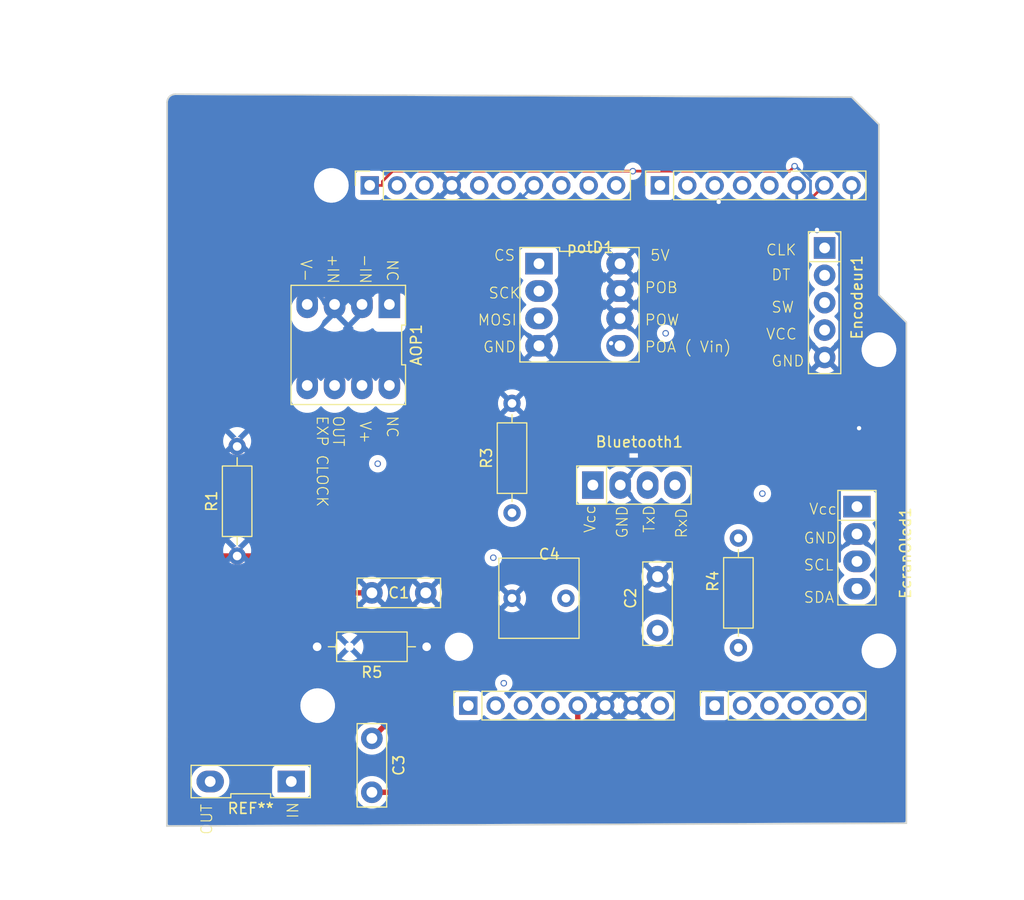
<source format=kicad_pcb>
(kicad_pcb (version 20241229) (generator "pcbnew") (generator_version "9.0")
  (title_block (date "mar. 31 mars 2015"))
  (layers (0 "F.Cu" signal) (2 "B.Cu" signal) (13 "F.Paste" user) (15 "B.Paste" user) (5 "F.SilkS" user "F.Silkscreen") (7 "B.SilkS" user "B.Silkscreen") (1 "F.Mask" user) (3 "B.Mask" user) (25 "Edge.Cuts" user))
  (net 0 "")
  (net 1 "GND")
  (net 3 "+5V")
  (net 4 "/IOREF")
  (net 5 "Rxd")
  (net 6 "/A1")
  (net 7 "/A2")
  (net 8 "/A3")
  (net 9 "TxD")
  (net 10 "Net-(AOP1-+IN)")
  (net 11 "/12")
  (net 12 "/AREF")
  (net 13 "/7")
  (net 14 "/*10")
  (net 15 "/*9")
  (net 16 "adc")
  (net 17 "Net-(C6-OUT)")
  (net 18 "/*6")
  (net 19 "VCC")
  (net 20 "/*3")
  (net 21 "+3V3")
  (net 22 "/~{RESET}")
  (net 23 "SCL")
  (net 24 "SDA")
  (net 25 "CLK")
  (net 26 "SW")
  (net 27 "DT")
  (net 28 "Net-(AOP1-OUT)")
  (net 29 "MOSI")
  (net 30 "SCK")
  (net 31 "CS")
  (net 35 "Net-(AOP1--IN)")
  (footprint "Connector_PinSocket_2.54mm:PinSocket_1x08_P2.54mm_Vertical" (layer "F.Cu") (at 127.94 97.46 90)
    (property "Reference" "J1" (hide yes))
    (property "Value" "Power")
    (fp_line (start 1.33 -1.33) (end 1.33 0) (stroke (width 0.12)) (layer "F.SilkS"))
    (fp_line (start 0 -1.33) (end 1.33 -1.33) (stroke (width 0.12)) (layer "F.SilkS"))
    (fp_line (start 1.33 1.27) (end 1.33 19.11) (stroke (width 0.12)) (layer "F.SilkS"))
    (fp_line (start -1.33 1.27) (end 1.33 1.27) (stroke (width 0.12)) (layer "F.SilkS"))
    (fp_line (start -1.33 1.27) (end -1.33 19.11) (stroke (width 0.12)) (layer "F.SilkS"))
    (fp_line (start -1.33 19.11) (end 1.33 19.11) (stroke (width 0.12)) (layer "F.SilkS"))
    (pad "1" thru_hole rect (at 0 0 90) (size 1.7 1.7) (drill 1) (layers "*.Cu" "*.Mask"))
    (pad "2" thru_hole circle (at 0 2.54 90) (size 1.7 1.7) (drill 1) (layers "*.Cu" "*.Mask") (net 4 "/IOREF"))
    (pad "3" thru_hole circle (at 0 5.08 90) (size 1.7 1.7) (drill 1) (layers "*.Cu" "*.Mask") (net 22 "/~{RESET}"))
    (pad "4" thru_hole circle (at 0 7.62 90) (size 1.7 1.7) (drill 1) (layers "*.Cu" "*.Mask") (net 21 "+3V3"))
    (pad "5" thru_hole circle (at 0 10.16 90) (size 1.7 1.7) (drill 1) (layers "*.Cu" "*.Mask") (net 3 "+5V"))
    (pad "6" thru_hole circle (at 0 12.7 90) (size 1.7 1.7) (drill 1) (layers "*.Cu" "*.Mask") (net 1 "GND"))
    (pad "7" thru_hole circle (at 0 15.24 90) (size 1.7 1.7) (drill 1) (layers "*.Cu" "*.Mask") (net 1 "GND"))
    (pad "8" thru_hole circle (at 0 17.78 90) (size 1.7 1.7) (drill 1) (layers "*.Cu" "*.Mask") (net 19 "VCC"))
  )
  (footprint "Connector_PinSocket_2.54mm:PinSocket_1x06_P2.54mm_Vertical" (layer "F.Cu") (at 150.8 97.46 90)
    (property "Reference" "J3" (hide yes))
    (property "Value" "Analog")
    (fp_line (start 1.33 -1.33) (end 1.33 0) (stroke (width 0.12)) (layer "F.SilkS"))
    (fp_line (start 0 -1.33) (end 1.33 -1.33) (stroke (width 0.12)) (layer "F.SilkS"))
    (fp_line (start 1.33 1.27) (end 1.33 14.03) (stroke (width 0.12)) (layer "F.SilkS"))
    (fp_line (start -1.33 1.27) (end 1.33 1.27) (stroke (width 0.12)) (layer "F.SilkS"))
    (fp_line (start -1.33 1.27) (end -1.33 14.03) (stroke (width 0.12)) (layer "F.SilkS"))
    (fp_line (start -1.33 14.03) (end 1.33 14.03) (stroke (width 0.12)) (layer "F.SilkS"))
    (pad "1" thru_hole rect (at 0 0 90) (size 1.7 1.7) (drill 1) (layers "*.Cu" "*.Mask") (net 16 "adc"))
    (pad "2" thru_hole circle (at 0 2.54 90) (size 1.7 1.7) (drill 1) (layers "*.Cu" "*.Mask") (net 6 "/A1"))
    (pad "3" thru_hole circle (at 0 5.08 90) (size 1.7 1.7) (drill 1) (layers "*.Cu" "*.Mask") (net 7 "/A2"))
    (pad "4" thru_hole circle (at 0 7.62 90) (size 1.7 1.7) (drill 1) (layers "*.Cu" "*.Mask") (net 8 "/A3"))
    (pad "5" thru_hole circle (at 0 10.16 90) (size 1.7 1.7) (drill 1) (layers "*.Cu" "*.Mask") (net 24 "SDA"))
    (pad "6" thru_hole circle (at 0 12.7 90) (size 1.7 1.7) (drill 1) (layers "*.Cu" "*.Mask") (net 23 "SCL"))
  )
  (footprint "Connector_PinSocket_2.54mm:PinSocket_1x10_P2.54mm_Vertical" (layer "F.Cu") (at 118.796 49.2 90)
    (property "Reference" "J2" (hide yes))
    (property "Value" "Digital/PWM")
    (fp_line (start 1.33 -1.33) (end 1.33 0) (stroke (width 0.12)) (layer "F.SilkS"))
    (fp_line (start 0 -1.33) (end 1.33 -1.33) (stroke (width 0.12)) (layer "F.SilkS"))
    (fp_line (start 1.33 1.27) (end 1.33 24.19) (stroke (width 0.12)) (layer "F.SilkS"))
    (fp_line (start -1.33 1.27) (end 1.33 1.27) (stroke (width 0.12)) (layer "F.SilkS"))
    (fp_line (start -1.33 1.27) (end -1.33 24.19) (stroke (width 0.12)) (layer "F.SilkS"))
    (fp_line (start -1.33 24.19) (end 1.33 24.19) (stroke (width 0.12)) (layer "F.SilkS"))
    (pad "1" thru_hole rect (at 0 0 90) (size 1.7 1.7) (drill 1) (layers "*.Cu" "*.Mask") (net 23 "SCL"))
    (pad "2" thru_hole circle (at 0 2.54 90) (size 1.7 1.7) (drill 1) (layers "*.Cu" "*.Mask") (net 24 "SDA"))
    (pad "3" thru_hole circle (at 0 5.08 90) (size 1.7 1.7) (drill 1) (layers "*.Cu" "*.Mask") (net 12 "/AREF"))
    (pad "4" thru_hole circle (at 0 7.62 90) (size 1.7 1.7) (drill 1) (layers "*.Cu" "*.Mask") (net 1 "GND"))
    (pad "5" thru_hole circle (at 0 10.16 90) (size 1.7 1.7) (drill 1) (layers "*.Cu" "*.Mask") (net 30 "SCK"))
    (pad "6" thru_hole circle (at 0 12.7 90) (size 1.7 1.7) (drill 1) (layers "*.Cu" "*.Mask") (net 11 "/12"))
    (pad "7" thru_hole circle (at 0 15.24 90) (size 1.7 1.7) (drill 1) (layers "*.Cu" "*.Mask") (net 29 "MOSI"))
    (pad "8" thru_hole circle (at 0 17.78 90) (size 1.7 1.7) (drill 1) (layers "*.Cu" "*.Mask") (net 14 "/*10"))
    (pad "9" thru_hole circle (at 0 20.32 90) (size 1.7 1.7) (drill 1) (layers "*.Cu" "*.Mask") (net 15 "/*9"))
    (pad "10" thru_hole circle (at 0 22.86 90) (size 1.7 1.7) (drill 1) (layers "*.Cu" "*.Mask") (net 31 "CS"))
  )
  (footprint "Connector_PinSocket_2.54mm:PinSocket_1x08_P2.54mm_Vertical" (layer "F.Cu") (at 145.72 49.2 90)
    (property "Reference" "J4" (hide yes))
    (property "Value" "Digital/PWM")
    (fp_line (start 1.33 -1.33) (end 1.33 0) (stroke (width 0.12)) (layer "F.SilkS"))
    (fp_line (start 0 -1.33) (end 1.33 -1.33) (stroke (width 0.12)) (layer "F.SilkS"))
    (fp_line (start 1.33 1.27) (end 1.33 19.11) (stroke (width 0.12)) (layer "F.SilkS"))
    (fp_line (start -1.33 1.27) (end 1.33 1.27) (stroke (width 0.12)) (layer "F.SilkS"))
    (fp_line (start -1.33 1.27) (end -1.33 19.11) (stroke (width 0.12)) (layer "F.SilkS"))
    (fp_line (start -1.33 19.11) (end 1.33 19.11) (stroke (width 0.12)) (layer "F.SilkS"))
    (pad "1" thru_hole rect (at 0 0 90) (size 1.7 1.7) (drill 1) (layers "*.Cu" "*.Mask") (net 13 "/7"))
    (pad "2" thru_hole circle (at 0 2.54 90) (size 1.7 1.7) (drill 1) (layers "*.Cu" "*.Mask") (net 18 "/*6"))
    (pad "3" thru_hole circle (at 0 5.08 90) (size 1.7 1.7) (drill 1) (layers "*.Cu" "*.Mask") (net 26 "SW"))
    (pad "4" thru_hole circle (at 0 7.62 90) (size 1.7 1.7) (drill 1) (layers "*.Cu" "*.Mask") (net 27 "DT"))
    (pad "5" thru_hole circle (at 0 10.16 90) (size 1.7 1.7) (drill 1) (layers "*.Cu" "*.Mask") (net 20 "/*3"))
    (pad "6" thru_hole circle (at 0 12.7 90) (size 1.7 1.7) (drill 1) (layers "*.Cu" "*.Mask") (net 25 "CLK"))
    (pad "7" thru_hole circle (at 0 15.24 90) (size 1.7 1.7) (drill 1) (layers "*.Cu" "*.Mask") (net 9 "TxD"))
    (pad "8" thru_hole circle (at 0 17.78 90) (size 1.7 1.7) (drill 1) (layers "*.Cu" "*.Mask") (net 5 "Rxd"))
  )
  (footprint "Capacitor_THT:C_Rect_L7.2mm_W7.2mm_P5.00mm_FKS2_FKP2_MKS2_MKP2" (layer "F.Cu") (at 132 87.5)
    (property "Reference" "C4" (at 3.4575 -4.08 0) (layer "F.SilkS"))
    (property "Value" "C")
    (fp_line (start -1.22 -3.72) (end 6.22 -3.72) (stroke (width 0.12)) (layer "F.SilkS"))
    (fp_line (start -1.22 3.72) (end -1.22 -3.72) (stroke (width 0.12)) (layer "F.SilkS"))
    (fp_line (start 6.22 -3.72) (end 6.22 3.72) (stroke (width 0.12)) (layer "F.SilkS"))
    (fp_line (start 6.22 3.72) (end -1.22 3.72) (stroke (width 0.12)) (layer "F.SilkS"))
    (pad "1" thru_hole circle (at 0 0) (size 1.6 1.6) (drill 0.8) (layers "*.Cu" "*.Mask") (net 35 "Net-(AOP1--IN)"))
    (pad "2" thru_hole circle (at 5 0) (size 1.6 1.6) (drill 0.8) (layers "*.Cu" "*.Mask") (net 28 "Net-(AOP1-OUT)"))
  )
  (footprint "Librairie_empreinte:Empreinte_bluetooth" (layer "F.Cu") (at 143.31 77)
    (property "Reference" "Bluetooth1" (at 0.5 -4 0) (layer "F.SilkS"))
    (property "Value" "~")
    (fp_line (start -5.31 -1.77) (end 5.31 -1.77) (stroke (width 0.12)) (layer "F.SilkS"))
    (fp_line (start -5.31 1.77) (end -5.31 -1.77) (stroke (width 0.12)) (layer "F.SilkS"))
    (fp_line (start -2.54 -1.77) (end -2.54 1.77) (stroke (width 0.12)) (layer "F.SilkS"))
    (fp_line (start 5.31 -1.77) (end 5.31 1.77) (stroke (width 0.12)) (layer "F.SilkS"))
    (fp_line (start 5.31 1.77) (end -5.31 1.77) (stroke (width 0.12)) (layer "F.SilkS"))
    (fp_text user "TxD" (at 2 4.5 90) (layer "F.SilkS") (effects (font (thickness 0.1)) (justify left bottom)))
    (fp_text user "Vcc" (at -3.5 4.5 90) (layer "F.SilkS") (effects (font (thickness 0.1)) (justify left bottom)))
    (fp_text user "RxD" (at 5 5 90) (layer "F.SilkS") (effects (font (thickness 0.1)) (justify left bottom)))
    (fp_text user "GND" (at -0.5 5 90) (layer "F.SilkS") (effects (font (thickness 0.1)) (justify left bottom)))
    (pad "1" thru_hole rect (at -3.81 0) (size 2 2.54) (drill 1) (layers "*.Cu" "*.Mask") (net 3 "+5V"))
    (pad "2" thru_hole oval (at -1.27 0) (size 2 2.54) (drill 1) (layers "*.Cu" "*.Mask") (net 1 "GND"))
    (pad "3" thru_hole oval (at 1.27 0) (size 2 2.54) (drill 1) (layers "*.Cu" "*.Mask") (net 9 "TxD"))
    (pad "4" thru_hole oval (at 3.81 0) (size 2 2.54) (drill 1) (layers "*.Cu" "*.Mask") (net 5 "Rxd"))
  )
  (footprint "Librairie_empreinte:ENCODEUR" (layer "F.Cu") (at 161 60.08 -90)
    (property "Reference" "Encodeur1" (at -0.5 -3 90) (layer "F.SilkS"))
    (property "Value" "~")
    (fp_line (start -6.58 1.5) (end -6.58 -1.5) (stroke (width 0.12)) (layer "F.SilkS"))
    (fp_line (start 6.58 1.5) (end -6.58 1.5) (stroke (width 0.12)) (layer "F.SilkS"))
    (fp_line (start -6.58 -1.5) (end 6.58 -1.5) (stroke (width 0.12)) (layer "F.SilkS"))
    (fp_line (start -3.81 -1.5) (end -3.81 1.5) (stroke (width 0.12)) (layer "F.SilkS"))
    (fp_line (start 6.58 -1.5) (end 6.58 1.5) (stroke (width 0.12)) (layer "F.SilkS"))
    (fp_text user "SW" (at 1 5 0) (layer "F.SilkS") (effects (font (thickness 0.1)) (justify left bottom)))
    (fp_text user "VCC" (at 3.5 5.5 0) (layer "F.SilkS") (effects (font (thickness 0.1)) (justify left bottom)))
    (fp_text user "GND" (at 6 5 0) (layer "F.SilkS") (effects (font (thickness 0.1)) (justify left bottom)))
    (fp_text user "DT" (at -2 5 0) (layer "F.SilkS") (effects (font (thickness 0.1)) (justify left bottom)))
    (fp_text user "CLK" (at -4.31 5.5 0) (layer "F.SilkS") (effects (font (thickness 0.1)) (justify left bottom)))
    (pad "1" thru_hole rect (at -5.08 0 270) (size 2 2) (drill 1) (layers "*.Cu" "*.Mask") (net 25 "CLK"))
    (pad "2" thru_hole circle (at -2.54 0 270) (size 2 2) (drill 1) (layers "*.Cu" "*.Mask") (net 27 "DT"))
    (pad "3" thru_hole circle (at 0 0 270) (size 2 2) (drill 1) (layers "*.Cu" "*.Mask") (net 26 "SW"))
    (pad "4" thru_hole circle (at 2.54 0 270) (size 2 2) (drill 1) (layers "*.Cu" "*.Mask") (net 3 "+5V"))
    (pad "5" thru_hole circle (at 5.08 0 270) (size 2 2) (drill 1) (layers "*.Cu" "*.Mask") (net 1 "GND"))
  )
  (footprint "Capacitor_THT:C_Disc_D7.5mm_W2.5mm_P5.00mm" (layer "F.Cu") (at 119 87)
    (property "Reference" "C1" (at 2.5 0 0) (layer "F.SilkS"))
    (property "Value" "C")
    (fp_line (start -1.37 -1.37) (end 6.37 -1.37) (stroke (width 0.12)) (layer "F.SilkS"))
    (fp_line (start -1.37 1.37) (end -1.37 -1.37) (stroke (width 0.12)) (layer "F.SilkS"))
    (fp_line (start 6.37 -1.37) (end 6.37 1.37) (stroke (width 0.12)) (layer "F.SilkS"))
    (fp_line (start 6.37 1.37) (end -1.37 1.37) (stroke (width 0.12)) (layer "F.SilkS"))
    (pad "1" thru_hole circle (at 0 0) (size 2 2) (drill 1) (layers "*.Cu" "*.Mask") (net 10 "Net-(AOP1-+IN)"))
    (pad "2" thru_hole circle (at 5 0) (size 2 2) (drill 1) (layers "*.Cu" "*.Mask") (net 1 "GND"))
  )
  (footprint "Librairie_empreinte:dig pot" (layer "F.Cu") (at 138.26 60.27 -90)
    (property "Reference" "potD1" (at -5.31 -1 0) (layer "F.SilkS"))
    (property "Value" "~")
    (fp_line (start -5.31 5.53) (end 5.31 5.53) (stroke (width 0.12)) (layer "F.SilkS"))
    (fp_line (start 5.31 5.53) (end 5.31 -5.53) (stroke (width 0.12)) (layer "F.SilkS"))
    (fp_line (start -5.31 1.843333) (end -5.31 5.53) (stroke (width 0.12)) (layer "F.SilkS"))
    (fp_line (start -4.95 1.843333) (end -5.31 1.843333) (stroke (width 0.12)) (layer "F.SilkS"))
    (fp_line (start -5.31 -1.843333) (end -4.95 -1.843333) (stroke (width 0.12)) (layer "F.SilkS"))
    (fp_line (start -4.95 -1.843333) (end -4.95 1.843333) (stroke (width 0.12)) (layer "F.SilkS"))
    (fp_line (start -5.31 -5.53) (end -5.31 -1.843333) (stroke (width 0.12)) (layer "F.SilkS"))
    (fp_line (start 5.31 -5.53) (end -5.31 -5.53) (stroke (width 0.12)) (layer "F.SilkS"))
    (fp_text user "5V" (at -4 -6.5 0) (layer "F.SilkS") (effects (font (thickness 0.1)) (justify left bottom)))
    (fp_text user "MOSI" (at 2 9.5 0) (layer "F.SilkS") (effects (font (thickness 0.1)) (justify left bottom)))
    (fp_text user "POB" (at -1 -6 0) (layer "F.SilkS") (effects (font (thickness 0.1)) (justify left bottom)))
    (fp_text user "POA ( Vin)" (at 4.5 -6 0) (layer "F.SilkS") (effects (font (thickness 0.1)) (justify left bottom)))
    (fp_text user "POW" (at 2 -6 0) (layer "F.SilkS") (effects (font (thickness 0.1)) (justify left bottom)))
    (fp_text user "SCK" (at -0.5 8.5 0) (layer "F.SilkS") (effects (font (thickness 0.1)) (justify left bottom)))
    (fp_text user "GND" (at 4.5 9 0) (layer "F.SilkS") (effects (font (thickness 0.1)) (justify left bottom)))
    (fp_text user "CS" (at -4 8 0) (layer "F.SilkS") (effects (font (thickness 0.1)) (justify left bottom)))
    (pad "1" thru_hole rect (at -3.81 3.76 270) (size 2 2.54) (drill 1) (layers "*.Cu" "*.Mask") (net 31 "CS"))
    (pad "2" thru_hole oval (at -1.27 3.76 270) (size 2 2.54) (drill 1) (layers "*.Cu" "*.Mask") (net 30 "SCK"))
    (pad "3" thru_hole oval (at 1.27 3.76 270) (size 2 2.54) (drill 1) (layers "*.Cu" "*.Mask") (net 29 "MOSI"))
    (pad "4" thru_hole oval (at 3.81 3.76 270) (size 2 2.54) (drill 1) (layers "*.Cu" "*.Mask") (net 1 "GND"))
    (pad "5" thru_hole oval (at 3.81 -3.76 270) (size 2 2.54) (drill 1) (layers "*.Cu" "*.Mask") (net 3 "+5V"))
    (pad "6" thru_hole oval (at 1.27 -3.76 270) (size 2 2.54) (drill 1) (layers "*.Cu" "*.Mask") (net 1 "GND"))
    (pad "7" thru_hole oval (at -1.27 -3.76 270) (size 2 2.54) (drill 1) (layers "*.Cu" "*.Mask") (net 1 "GND"))
    (pad "8" thru_hole oval (at -3.81 -3.76 270) (size 2 2.54) (drill 1) (layers "*.Cu" "*.Mask") (net 35 "Net-(AOP1--IN)"))
  )
  (footprint "Librairie_empreinte:CAPTEUR" (layer "F.Cu") (at 107.76 104.5 90)
    (property "Reference" "REF**" (at -2.5 0 0) (layer "F.SilkS"))
    (property "Value" "CAPTEUR")
    (fp_line (start 1.5 -5.53) (end -1.499999 -5.53) (stroke (width 0.12)) (layer "F.SilkS"))
    (fp_line (start -1.499999 -5.53) (end -1.5 -1.843333) (stroke (width 0.12)) (layer "F.SilkS"))
    (fp_line (start -1.14 -1.843333) (end -1.14 1.843333) (stroke (width 0.12)) (layer "F.SilkS"))
    (fp_line (start -1.5 -1.843333) (end -1.14 -1.843333) (stroke (width 0.12)) (layer "F.SilkS"))
    (fp_line (start -1.14 1.843333) (end -1.5 1.843333) (stroke (width 0.12)) (layer "F.SilkS"))
    (fp_line (start -1.5 1.843333) (end -1.5 5.53) (stroke (width 0.12)) (layer "F.SilkS"))
    (fp_line (start 1.499999 5.53) (end 1.5 -5.53) (stroke (width 0.12)) (layer "F.SilkS"))
    (fp_line (start -1.5 5.53) (end 1.499999 5.53) (stroke (width 0.12)) (layer "F.SilkS"))
    (fp_text user "IN" (at -3.5 4.5 90) (layer "F.SilkS") (effects (font (thickness 0.1)) (justify left bottom)))
    (fp_text user "OUT" (at -5 -3.5 90) (layer "F.SilkS") (effects (font (thickness 0.1)) (justify left bottom)))
    (pad "1" thru_hole rect (at 0 3.76 90) (size 2 2.54) (drill 1) (layers "*.Cu" "*.Mask"))
    (pad "2" thru_hole oval (at 0 -3.76 90) (size 2 2.54) (drill 1) (layers "*.Cu" "*.Mask"))
  )
  (footprint "Librairie_empreinte:AO" (layer "F.Cu") (at 116.81 64 180)
    (property "Reference" "AOP1" (at -6.31 0 90) (layer "F.SilkS"))
    (property "Value" "~")
    (fp_line (start 5.31 5.53) (end 5.31 -5.53) (stroke (width 0.12)) (layer "F.SilkS"))
    (fp_line (start 5.31 -5.53) (end -5.31 -5.53) (stroke (width 0.12)) (layer "F.SilkS"))
    (fp_line (start -4.95 1.843333) (end -5.31 1.843333) (stroke (width 0.12)) (layer "F.SilkS"))
    (fp_line (start -4.95 -1.843333) (end -4.95 1.843333) (stroke (width 0.12)) (layer "F.SilkS"))
    (fp_line (start -5.31 5.53) (end 5.31 5.53) (stroke (width 0.12)) (layer "F.SilkS"))
    (fp_line (start -5.31 1.843333) (end -5.31 5.53) (stroke (width 0.12)) (layer "F.SilkS"))
    (fp_line (start -5.31 -1.843333) (end -4.95 -1.843333) (stroke (width 0.12)) (layer "F.SilkS"))
    (fp_line (start -5.31 -5.53) (end -5.31 -1.843333) (stroke (width 0.12)) (layer "F.SilkS"))
    (fp_text user "NC" (at -3.5 -6.5 270) (layer "F.SilkS") (effects (font (thickness 0.1)) (justify left bottom)))
    (fp_text user "V+" (at -1 -7 270) (layer "F.SilkS") (effects (font (thickness 0.1)) (justify left bottom)))
    (fp_text user "EXP CLOCK" (at 3 -6.5 270) (layer "F.SilkS") (effects (font (thickness 0.1)) (justify left bottom)))
    (fp_text user "NC" (at -3.5 8 270) (layer "F.SilkS") (effects (font (thickness 0.1)) (justify left bottom)))
    (fp_text user "OUT" (at 1.5 -6.5 270) (layer "F.SilkS") (effects (font (thickness 0.1)) (justify left bottom)))
    (fp_text user "+IN" (at 2 8.5 270) (layer "F.SilkS") (effects (font (thickness 0.1)) (justify left bottom)))
    (fp_text user "V-" (at 4.5 8 270) (layer "F.SilkS") (effects (font (thickness 0.1)) (justify left bottom)))
    (pad "1" thru_hole rect (at -3.81 3.76 180) (size 2 2.54) (drill 1) (layers "*.Cu" "*.Mask"))
    (pad "2" thru_hole oval (at -1.27 3.76 180) (size 2 2.54) (drill 1) (layers "*.Cu" "*.Mask") (net 35 "Net-(AOP1--IN)"))
    (pad "3" thru_hole oval (at 1.27 3.76 180) (size 2 2.54) (drill 1) (layers "*.Cu" "*.Mask") (net 10 "Net-(AOP1-+IN)"))
    (pad "4" thru_hole oval (at 3.81 3.76 180) (size 2 2.54) (drill 1) (layers "*.Cu" "*.Mask"))
    (pad "5" thru_hole oval (at 3.81 -3.76 180) (size 2 2.54) (drill 1) (layers "*.Cu" "*.Mask"))
    (pad "6" thru_hole oval (at 1.27 -3.76 180) (size 2 2.54) (drill 1) (layers "*.Cu" "*.Mask") (net 28 "Net-(AOP1-OUT)"))
    (pad "7" thru_hole oval (at -1.27 -3.76 180) (size 2 2.54) (drill 1) (layers "*.Cu" "*.Mask") (net 3 "+5V"))
    (pad "8" thru_hole oval (at -3.81 -3.76 180) (size 2 2.54) (drill 1) (layers "*.Cu" "*.Mask"))
  )
  (footprint "Arduino_MountingHole:MountingHole_3.2mm" (layer "F.Cu") (at 115.24 49.2)
    (property "Reference" "MH1" (hide yes))
    (property "Value" "MountingHole_3.2mm" (hide yes))
    (pad "" np_thru_hole circle (at 0 0) (size 3.2 3.2) (drill 3.2) (layers "*.Cu" "*.Mask"))
  )
  (footprint "Librairie_empreinte:EcranOled" (layer "F.Cu") (at 164 82.81 -90)
    (property "Reference" "EcranOled1" (at 0.5 -4.5 90) (layer "F.SilkS"))
    (property "Value" "~")
    (fp_line (start -5.31 1.77) (end -5.31 -1.77) (stroke (width 0.12)) (layer "F.SilkS"))
    (fp_line (start 5.31 1.77) (end -5.31 1.77) (stroke (width 0.12)) (layer "F.SilkS"))
    (fp_line (start -5.31 -1.77) (end 5.31 -1.77) (stroke (width 0.12)) (layer "F.SilkS"))
    (fp_line (start -2.54 -1.77) (end -2.54 1.77) (stroke (width 0.12)) (layer "F.SilkS"))
    (fp_line (start 5.31 -1.77) (end 5.31 1.77) (stroke (width 0.12)) (layer "F.SilkS"))
    (fp_text user "SDA" (at 5.19 5 0) (layer "F.SilkS") (effects (font (thickness 0.1)) (justify left bottom)))
    (fp_text user "SCL" (at 2.19 5 0) (layer "F.SilkS") (effects (font (thickness 0.1)) (justify left bottom)))
    (fp_text user "Vcc" (at -3 4.5 0) (layer "F.SilkS") (effects (font (thickness 0.1)) (justify left bottom)))
    (fp_text user "GND" (at -0.31 5 0) (layer "F.SilkS") (effects (font (thickness 0.1)) (justify left bottom)))
    (pad "1" thru_hole rect (at -3.81 0 270) (size 2 2.54) (drill 1) (layers "*.Cu" "*.Mask") (net 3 "+5V"))
    (pad "2" thru_hole oval (at -1.27 0 270) (size 2 2.54) (drill 1) (layers "*.Cu" "*.Mask") (net 1 "GND"))
    (pad "3" thru_hole oval (at 1.27 0 270) (size 2 2.54) (drill 1) (layers "*.Cu" "*.Mask") (net 23 "SCL"))
    (pad "4" thru_hole oval (at 3.81 0 270) (size 2 2.54) (drill 1) (layers "*.Cu" "*.Mask") (net 24 "SDA"))
  )
  (footprint "Resistor_THT:R_Axial_DIN0207_L6.3mm_D2.5mm_P10.16mm_Horizontal" (layer "F.Cu") (at 124.08 92 180)
    (property "Reference" "R5" (at 5.08 -2.37 0) (layer "F.SilkS"))
    (property "Value" "R")
    (fp_line (start 9.12 0) (end 8.35 0) (stroke (width 0.12)) (layer "F.SilkS"))
    (fp_line (start 1.04 0) (end 1.81 0) (stroke (width 0.12)) (layer "F.SilkS"))
    (fp_rect (start 1.81 -1.37) (end 8.35 1.37) (stroke (width 0.12)) (fill no) (layer "F.SilkS"))
    (pad "1" thru_hole circle (at 0 0 180) (size 1.6 1.6) (drill 0.8) (layers "*.Cu" "*.Mask") (net 17 "Net-(C6-OUT)"))
    (pad "2" thru_hole circle (at 10.16 0 180) (size 1.6 1.6) (drill 0.8) (layers "*.Cu" "*.Mask") (net 10 "Net-(AOP1-+IN)"))
  )
  (footprint "Capacitor_THT:C_Disc_D7.5mm_W2.5mm_P5.00mm" (layer "F.Cu") (at 119 100.5 -90)
    (property "Reference" "C3" (at 2.5 -2.5 90) (layer "F.SilkS"))
    (property "Value" "C")
    (fp_line (start -1.37 1.37) (end -1.37 -1.37) (stroke (width 0.12)) (layer "F.SilkS"))
    (fp_line (start 6.37 1.37) (end -1.37 1.37) (stroke (width 0.12)) (layer "F.SilkS"))
    (fp_line (start -1.37 -1.37) (end 6.37 -1.37) (stroke (width 0.12)) (layer "F.SilkS"))
    (fp_line (start 6.37 -1.37) (end 6.37 1.37) (stroke (width 0.12)) (layer "F.SilkS"))
    (pad "1" thru_hole circle (at 0 0 270) (size 2 2) (drill 1) (layers "*.Cu" "*.Mask") (net 17 "Net-(C6-OUT)"))
    (pad "2" thru_hole circle (at 5 0 270) (size 2 2) (drill 1) (layers "*.Cu" "*.Mask") (net 3 "+5V"))
  )
  (footprint "Capacitor_THT:C_Disc_D7.5mm_W2.5mm_P5.00mm" (layer "F.Cu") (at 145.5 90.5 90)
    (property "Reference" "C2" (at 3 -2.5 90) (layer "F.SilkS"))
    (property "Value" "C" (hide yes))
    (fp_line (start 6.37 -1.37) (end 6.37 1.37) (stroke (width 0.12)) (layer "F.SilkS"))
    (fp_line (start -1.37 -1.37) (end 6.37 -1.37) (stroke (width 0.12)) (layer "F.SilkS"))
    (fp_line (start 6.37 1.37) (end -1.37 1.37) (stroke (width 0.12)) (layer "F.SilkS"))
    (fp_line (start -1.37 1.37) (end -1.37 -1.37) (stroke (width 0.12)) (layer "F.SilkS"))
    (pad "1" thru_hole circle (at 0 0 90) (size 2 2) (drill 1) (layers "*.Cu" "*.Mask") (net 16 "adc"))
    (pad "2" thru_hole circle (at 5 0 90) (size 2 2) (drill 1) (layers "*.Cu" "*.Mask") (net 1 "GND"))
  )
  (footprint "Arduino_MountingHole:MountingHole_3.2mm" (layer "F.Cu") (at 113.97 97.46)
    (property "Reference" "MH2" (hide yes))
    (property "Value" "MountingHole_3.2mm" (hide yes))
    (pad "" np_thru_hole circle (at 0 0) (size 3.2 3.2) (drill 3.2) (layers "*.Cu" "*.Mask"))
  )
  (footprint "Arduino_MountingHole:MountingHole_3.2mm" (layer "F.Cu") (at 166.04 64.44)
    (property "Reference" "MH3" (hide yes))
    (property "Value" "MountingHole_3.2mm" (hide yes))
    (pad "" np_thru_hole circle (at 0 0) (size 3.2 3.2) (drill 3.2) (layers "*.Cu" "*.Mask"))
  )
  (footprint "Arduino_MountingHole:MountingHole_3.2mm" (layer "F.Cu") (at 166.04 92.38)
    (property "Reference" "MH4" (hide yes))
    (property "Value" "MountingHole_3.2mm" (hide yes))
    (pad "" np_thru_hole circle (at 0 0) (size 3.2 3.2) (drill 3.2) (layers "*.Cu" "*.Mask"))
  )
  (footprint "Resistor_THT:R_Axial_DIN0207_L6.3mm_D2.5mm_P10.16mm_Horizontal" (layer "F.Cu") (at 106.5 83.58 90)
    (property "Reference" "R1" (at 5.08 -2.37 90) (layer "F.SilkS"))
    (property "Value" "R")
    (fp_line (start 9.12 0) (end 8.35 0) (stroke (width 0.12)) (layer "F.SilkS"))
    (fp_line (start 1.04 0) (end 1.81 0) (stroke (width 0.12)) (layer "F.SilkS"))
    (fp_rect (start 1.81 -1.37) (end 8.35 1.37) (stroke (width 0.12)) (fill no) (layer "F.SilkS"))
    (pad "1" thru_hole circle (at 0 0 90) (size 1.6 1.6) (drill 0.8) (layers "*.Cu" "*.Mask") (net 10 "Net-(AOP1-+IN)"))
    (pad "2" thru_hole circle (at 10.16 0 90) (size 1.6 1.6) (drill 0.8) (layers "*.Cu" "*.Mask") (net 1 "GND"))
  )
  (footprint "Resistor_THT:R_Axial_DIN0207_L6.3mm_D2.5mm_P10.16mm_Horizontal" (layer "F.Cu") (at 132 79.58 90)
    (property "Reference" "R3" (at 5.08 -2.37 90) (layer "F.SilkS"))
    (property "Value" "R")
    (fp_line (start 9.12 0) (end 8.35 0) (stroke (width 0.12)) (layer "F.SilkS"))
    (fp_line (start 1.04 0) (end 1.81 0) (stroke (width 0.12)) (layer "F.SilkS"))
    (fp_rect (start 1.81 -1.37) (end 8.35 1.37) (stroke (width 0.12)) (fill no) (layer "F.SilkS"))
    (pad "1" thru_hole circle (at 0 0 90) (size 1.6 1.6) (drill 0.8) (layers "*.Cu" "*.Mask") (net 28 "Net-(AOP1-OUT)"))
    (pad "2" thru_hole circle (at 10.16 0 90) (size 1.6 1.6) (drill 0.8) (layers "*.Cu" "*.Mask") (net 35 "Net-(AOP1--IN)"))
  )
  (footprint "Resistor_THT:R_Axial_DIN0207_L6.3mm_D2.5mm_P10.16mm_Horizontal" (layer "F.Cu") (at 153 92.08 90)
    (property "Reference" "R4" (at 6.16 -2.37 90) (layer "F.SilkS"))
    (property "Value" "R" (hide yes))
    (fp_line (start 9.12 0) (end 8.35 0) (stroke (width 0.12)) (layer "F.SilkS"))
    (fp_line (start 1.04 0) (end 1.81 0) (stroke (width 0.12)) (layer "F.SilkS"))
    (fp_rect (start 1.81 -1.37) (end 8.35 1.37) (stroke (width 0.12)) (fill no) (layer "F.SilkS"))
    (pad "1" thru_hole circle (at 0 0 90) (size 1.6 1.6) (drill 0.8) (layers "*.Cu" "*.Mask") (net 28 "Net-(AOP1-OUT)"))
    (pad "2" thru_hole circle (at 10.16 0 90) (size 1.6 1.6) (drill 0.8) (layers "*.Cu" "*.Mask") (net 16 "adc"))
  )
  (gr_line (start 166.04 59.36) (end 168.58 61.9) (stroke (width 0.15)) (layer "Edge.Cuts"))
  (gr_line (start 99.982259 108.63243) (end 100 41.5) (stroke (width 0.15)) (layer "Edge.Cuts"))
  (gr_line (start 168.58 61.9) (end 168.579917 108.36915) (stroke (width 0.15)) (layer "Edge.Cuts"))
  (gr_line (start 168.579917 108.36915) (end 99.982259 108.63243) (stroke (width 0.15)) (layer "Edge.Cuts"))
  (gr_line (start 100.762 40.738) (end 163.5 41) (stroke (width 0.15)) (layer "Edge.Cuts"))
  (gr_line (start 163.5 41) (end 166.04 43.54) (stroke (width 0.15)) (layer "Edge.Cuts"))
  (gr_line (start 166.04 43.54) (end 166.04 59.36) (stroke (width 0.15)) (layer "Edge.Cuts"))
  (gr_arc (start 100 41.5) (mid 100.223185 40.961185) (end 100.762 40.738) (stroke (width 0.15)) (layer "Edge.Cuts"))
  (gr_text "-IN" (at 117.81 55.5 270) (layer "F.SilkS") (effects (font (size 1 1) (thickness 0.1)) (justify left bottom)))
  (segment (start 138.1 105.4) (end 137.5 106) (width 0.5) (layer "F.Cu") (net 3))
  (segment (start 138.1 97.46) (end 138.1 105.4) (width 0.5) (layer "F.Cu") (net 3))
  (segment (start 137 105.5) (end 119 105.5) (width 0.5) (layer "F.Cu") (net 3))
  (segment (start 137.5 106) (end 137 105.5) (width 0.5) (layer "F.Cu") (net 3))
  (via (at 155.224 77.7912) (size 0.6) (drill 0.4) (layers "F.Cu" "B.Cu") (net 3))
  (via (at 146.253 62.9187) (size 0.6) (drill 0.4) (layers "F.Cu" "B.Cu") (net 3))
  (via (at 141.19 63.8369) (size 0.6) (drill 0.4) (layers "F.Cu" "B.Cu") (net 3))
  (via (at 164.1953 71.7232) (size 0.6) (drill 0.4) (layers "F.Cu" "B.Cu") (net 5))
  (segment (start 163.5 71.0279) (end 163.5 49.2) (width 0.25) (layer "B.Cu") (net 5))
  (segment (start 159.4292 50.7308) (end 160.96 49.2) (width 0.25) (layer "F.Cu") (net 9))
  (segment (start 151.1723 50.7308) (end 159.4292 50.7308) (width 0.25) (layer "F.Cu") (net 9))
  (via (at 151.1723 50.7308) (size 0.6) (drill 0.4) (layers "F.Cu" "B.Cu") (net 9))
  (segment (start 115.5 84.5) (end 111.5 84.5) (width 0.5) (layer "F.Cu") (net 10))
  (segment (start 102 71) (end 103 71) (width 0.5) (layer "F.Cu") (net 10))
  (segment (start 116 87) (end 119 87) (width 0.5) (layer "F.Cu") (net 10))
  (segment (start 115.5 84.5) (end 115.5 87.5) (width 0.5) (layer "F.Cu") (net 10))
  (segment (start 108 55.5) (end 115.5 55.5) (width 0.5) (layer "F.Cu") (net 10))
  (segment (start 103.08 83.58) (end 102 82.5) (width 0.5) (layer "F.Cu") (net 10))
  (segment (start 113.92 89.08) (end 115.5 87.5) (width 0.5) (layer "F.Cu") (net 10))
  (segment (start 107.5 66.5) (end 107.5 56) (width 0.5) (layer "F.Cu") (net 10))
  (segment (start 115.5 55.5) (end 115.5 56.5) (width 0.5) (layer "F.Cu") (net 10))
  (segment (start 102 82.5) (end 102 71) (width 0.5) (layer "F.Cu") (net 10))
  (segment (start 107.5 56) (end 108 55.5) (width 0.5) (layer "F.Cu") (net 10))
  (segment (start 110.58 83.58) (end 106.5 83.58) (width 0.5) (layer "F.Cu") (net 10))
  (segment (start 106.5 83.58) (end 103.08 83.58) (width 0.5) (layer "F.Cu") (net 10))
  (segment (start 111.5 84.5) (end 110.58 83.58) (width 0.5) (layer "F.Cu") (net 10))
  (segment (start 115.5 87.5) (end 116 87) (width 0.5) (layer "F.Cu") (net 10))
  (segment (start 115.5 56.5) (end 115.54 56.54) (width 0.5) (layer "F.Cu") (net 10))
  (segment (start 115.54 56.54) (end 115.54 60.24) (width 0.5) (layer "F.Cu") (net 10))
  (segment (start 113.92 92) (end 113.92 89.08) (width 0.5) (layer "F.Cu") (net 10))
  (segment (start 103 71) (end 107.5 66.5) (width 0.5) (layer "F.Cu") (net 10))
  (via (at 131.236 95.3805) (size 0.6) (drill 0.4) (layers "F.Cu" "B.Cu") (net 16))
  (segment (start 119 100.5) (end 124.08 95.42) (width 0.5) (layer "F.Cu") (net 17))
  (segment (start 124.08 95.42) (end 124.08 92) (width 0.5) (layer "F.Cu") (net 17))
  (segment (start 118.796 49.2) (end 119.9727 49.2) (width 0.25) (layer "F.Cu") (net 23))
  (segment (start 143.207 47.8772) (end 157.7532 47.8772) (width 0.25) (layer "F.Cu") (net 23))
  (segment (start 157.7532 47.8772) (end 158.215 47.4154) (width 0.25) (layer "F.Cu") (net 23))
  (segment (start 120.9278 47.8772) (end 143.207 47.8772) (width 0.25) (layer "F.Cu") (net 23))
  (segment (start 119.9727 48.8323) (end 120.9278 47.8772) (width 0.25) (layer "F.Cu") (net 23))
  (segment (start 119.9727 49.2) (end 119.9727 48.8323) (width 0.25) (layer "F.Cu") (net 23))
  (via (at 158.215 47.4154) (size 0.6) (drill 0.4) (layers "F.Cu" "B.Cu") (net 23))
  (via (at 143.207 47.8772) (size 0.6) (drill 0.4) (layers "F.Cu" "B.Cu") (net 23))
  (via (at 160.295 53.3256) (size 0.6) (drill 0.4) (layers "F.Cu" "B.Cu") (net 23))
  (segment (start 158.3232 47.4154) (end 158.215 47.4154) (width 0.25) (layer "B.Cu") (net 23))
  (segment (start 159.69 52.7206) (end 159.69 48.7822) (width 0.25) (layer "B.Cu") (net 23))
  (segment (start 160.295 53.3256) (end 161.849 53.3256) (width 0.25) (layer "B.Cu") (net 23))
  (segment (start 159.69 48.7822) (end 158.3232 47.4154) (width 0.25) (layer "B.Cu") (net 23))
  (segment (start 161.849 53.3256) (end 162.3911 53.8677) (width 0.25) (layer "B.Cu") (net 23))
  (segment (start 162.3911 53.8677) (end 162.3911 84.08) (width 0.25) (layer "B.Cu") (net 23))
  (via (at 130.264 83.7402) (size 0.6) (drill 0.4) (layers "F.Cu" "B.Cu") (net 24))
  (segment (start 158.42 49.2) (end 158.42 52.42) (width 0.25) (layer "B.Cu") (net 25))
  (segment (start 150.8 49.4722) (end 150.8 49.2) (width 0.25) (layer "B.Cu") (net 26))
  (segment (start 153.34 49.2) (end 153.34 49.88) (width 0.25) (layer "B.Cu") (net 27))
  (via (at 119.541 75.0198) (size 0.6) (drill 0.4) (layers "F.Cu" "B.Cu") (net 28))
  (segment (start 134.036 49.2) (end 132.8526 50.3834) (width 0.25) (layer "B.Cu") (net 29))
  (segment (start 118.08 60.08) (end 118 60) (width 0.5) (layer "F.Cu") (net 35))
  (zone (net 1) (net_name "GND") (layer "B.Cu") (connect_pads (clearance 0.508)) (min_thickness 0.25) (fill yes (thermal_gap 0.5) (thermal_bridge_width 0.5))
    (polygon (pts (xy 90.5 33) (xy 84.5 33.5) (xy 85 115.5) (xy 179.5 114.5) (xy 179 32)))
  )
)
</source>
